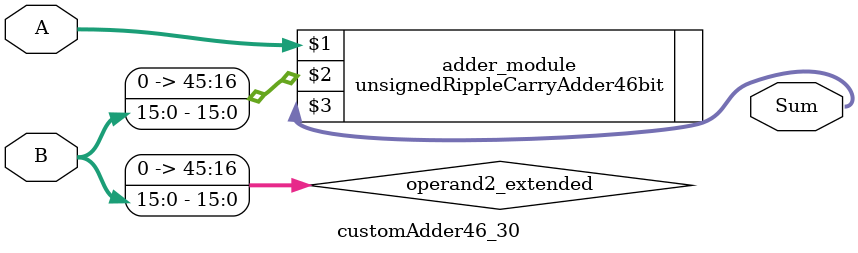
<source format=v>
module customAdder46_30(
                        input [45 : 0] A,
                        input [15 : 0] B,
                        
                        output [46 : 0] Sum
                );

        wire [45 : 0] operand2_extended;
        
        assign operand2_extended =  {30'b0, B};
        
        unsignedRippleCarryAdder46bit adder_module(
            A,
            operand2_extended,
            Sum
        );
        
        endmodule
        
</source>
